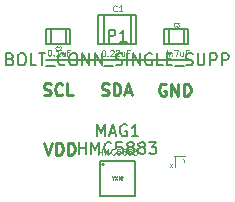
<source format=gto>
G04 (created by PCBNEW (2013-07-07 BZR 4022)-stable) date 7/15/2015 5:50:03 PM*
%MOIN*%
G04 Gerber Fmt 3.4, Leading zero omitted, Abs format*
%FSLAX34Y34*%
G01*
G70*
G90*
G04 APERTURE LIST*
%ADD10C,0.00590551*%
%ADD11C,0.00295276*%
%ADD12C,0.00393701*%
%ADD13C,0.00492126*%
%ADD14C,0.00984252*%
%ADD15C,0.005*%
%ADD16C,0.0024*%
%ADD17C,0.0047*%
G04 APERTURE END LIST*
G54D10*
G54D11*
X80972Y-58450D02*
X80972Y-58506D01*
X80933Y-58388D02*
X80972Y-58450D01*
X81011Y-58388D01*
X80488Y-58555D02*
X80566Y-58673D01*
X80566Y-58555D02*
X80488Y-58673D01*
G54D12*
X80643Y-58303D02*
X80992Y-58303D01*
X80653Y-58683D02*
X80653Y-58303D01*
G54D11*
X78593Y-59046D02*
X78593Y-59102D01*
X78554Y-58984D02*
X78593Y-59046D01*
X78633Y-58984D01*
X78661Y-58984D02*
X78740Y-59102D01*
X78740Y-58984D02*
X78661Y-59102D01*
X78785Y-59102D02*
X78785Y-58984D01*
X78852Y-59102D01*
X78852Y-58984D01*
X78908Y-59102D02*
X78908Y-59024D01*
X78908Y-58984D02*
X78903Y-58990D01*
X78908Y-58996D01*
X78914Y-58990D01*
X78908Y-58984D01*
X78908Y-58996D01*
G54D13*
X78107Y-58258D02*
X78107Y-58061D01*
X78107Y-58155D02*
X78220Y-58155D01*
X78220Y-58258D02*
X78220Y-58061D01*
X78314Y-58258D02*
X78314Y-58061D01*
X78379Y-58202D01*
X78445Y-58061D01*
X78445Y-58258D01*
X78651Y-58240D02*
X78642Y-58249D01*
X78614Y-58258D01*
X78595Y-58258D01*
X78567Y-58249D01*
X78548Y-58230D01*
X78539Y-58211D01*
X78529Y-58174D01*
X78529Y-58146D01*
X78539Y-58108D01*
X78548Y-58090D01*
X78567Y-58071D01*
X78595Y-58061D01*
X78614Y-58061D01*
X78642Y-58071D01*
X78651Y-58080D01*
X78829Y-58061D02*
X78735Y-58061D01*
X78726Y-58155D01*
X78735Y-58146D01*
X78754Y-58136D01*
X78801Y-58136D01*
X78820Y-58146D01*
X78829Y-58155D01*
X78839Y-58174D01*
X78839Y-58221D01*
X78829Y-58240D01*
X78820Y-58249D01*
X78801Y-58258D01*
X78754Y-58258D01*
X78735Y-58249D01*
X78726Y-58240D01*
X78951Y-58146D02*
X78932Y-58136D01*
X78923Y-58127D01*
X78914Y-58108D01*
X78914Y-58099D01*
X78923Y-58080D01*
X78932Y-58071D01*
X78951Y-58061D01*
X78989Y-58061D01*
X79007Y-58071D01*
X79017Y-58080D01*
X79026Y-58099D01*
X79026Y-58108D01*
X79017Y-58127D01*
X79007Y-58136D01*
X78989Y-58146D01*
X78951Y-58146D01*
X78932Y-58155D01*
X78923Y-58165D01*
X78914Y-58183D01*
X78914Y-58221D01*
X78923Y-58240D01*
X78932Y-58249D01*
X78951Y-58258D01*
X78989Y-58258D01*
X79007Y-58249D01*
X79017Y-58240D01*
X79026Y-58221D01*
X79026Y-58183D01*
X79017Y-58165D01*
X79007Y-58155D01*
X78989Y-58146D01*
X79139Y-58146D02*
X79120Y-58136D01*
X79110Y-58127D01*
X79101Y-58108D01*
X79101Y-58099D01*
X79110Y-58080D01*
X79120Y-58071D01*
X79139Y-58061D01*
X79176Y-58061D01*
X79195Y-58071D01*
X79204Y-58080D01*
X79214Y-58099D01*
X79214Y-58108D01*
X79204Y-58127D01*
X79195Y-58136D01*
X79176Y-58146D01*
X79139Y-58146D01*
X79120Y-58155D01*
X79110Y-58165D01*
X79101Y-58183D01*
X79101Y-58221D01*
X79110Y-58240D01*
X79120Y-58249D01*
X79139Y-58258D01*
X79176Y-58258D01*
X79195Y-58249D01*
X79204Y-58240D01*
X79214Y-58221D01*
X79214Y-58183D01*
X79204Y-58165D01*
X79195Y-58155D01*
X79176Y-58146D01*
X79279Y-58061D02*
X79401Y-58061D01*
X79335Y-58136D01*
X79363Y-58136D01*
X79382Y-58146D01*
X79392Y-58155D01*
X79401Y-58174D01*
X79401Y-58221D01*
X79392Y-58240D01*
X79382Y-58249D01*
X79363Y-58258D01*
X79307Y-58258D01*
X79288Y-58249D01*
X79279Y-58240D01*
X80459Y-54830D02*
X80459Y-54961D01*
X80412Y-54755D02*
X80365Y-54895D01*
X80487Y-54895D01*
X80562Y-54942D02*
X80572Y-54952D01*
X80562Y-54961D01*
X80553Y-54952D01*
X80562Y-54942D01*
X80562Y-54961D01*
X80637Y-54764D02*
X80769Y-54764D01*
X80684Y-54961D01*
X80928Y-54830D02*
X80928Y-54961D01*
X80844Y-54830D02*
X80844Y-54933D01*
X80853Y-54952D01*
X80872Y-54961D01*
X80900Y-54961D01*
X80919Y-54952D01*
X80928Y-54942D01*
X81087Y-54858D02*
X81022Y-54858D01*
X81022Y-54961D02*
X81022Y-54764D01*
X81115Y-54764D01*
X78269Y-54774D02*
X78288Y-54774D01*
X78307Y-54783D01*
X78316Y-54793D01*
X78326Y-54812D01*
X78335Y-54849D01*
X78335Y-54896D01*
X78326Y-54933D01*
X78316Y-54952D01*
X78307Y-54962D01*
X78288Y-54971D01*
X78269Y-54971D01*
X78251Y-54962D01*
X78241Y-54952D01*
X78232Y-54933D01*
X78223Y-54896D01*
X78223Y-54849D01*
X78232Y-54812D01*
X78241Y-54793D01*
X78251Y-54783D01*
X78269Y-54774D01*
X78419Y-54952D02*
X78429Y-54962D01*
X78419Y-54971D01*
X78410Y-54962D01*
X78419Y-54952D01*
X78419Y-54971D01*
X78504Y-54793D02*
X78513Y-54783D01*
X78532Y-54774D01*
X78579Y-54774D01*
X78597Y-54783D01*
X78607Y-54793D01*
X78616Y-54812D01*
X78616Y-54830D01*
X78607Y-54858D01*
X78494Y-54971D01*
X78616Y-54971D01*
X78691Y-54793D02*
X78701Y-54783D01*
X78719Y-54774D01*
X78766Y-54774D01*
X78785Y-54783D01*
X78794Y-54793D01*
X78804Y-54812D01*
X78804Y-54830D01*
X78794Y-54858D01*
X78682Y-54971D01*
X78804Y-54971D01*
X78972Y-54840D02*
X78972Y-54971D01*
X78888Y-54840D02*
X78888Y-54943D01*
X78897Y-54962D01*
X78916Y-54971D01*
X78944Y-54971D01*
X78963Y-54962D01*
X78972Y-54952D01*
X79132Y-54868D02*
X79066Y-54868D01*
X79066Y-54971D02*
X79066Y-54774D01*
X79160Y-54774D01*
X76469Y-54756D02*
X76488Y-54756D01*
X76507Y-54766D01*
X76516Y-54775D01*
X76526Y-54794D01*
X76535Y-54831D01*
X76535Y-54878D01*
X76526Y-54916D01*
X76516Y-54934D01*
X76507Y-54944D01*
X76488Y-54953D01*
X76469Y-54953D01*
X76451Y-54944D01*
X76441Y-54934D01*
X76432Y-54916D01*
X76423Y-54878D01*
X76423Y-54831D01*
X76432Y-54794D01*
X76441Y-54775D01*
X76451Y-54766D01*
X76469Y-54756D01*
X76619Y-54934D02*
X76629Y-54944D01*
X76619Y-54953D01*
X76610Y-54944D01*
X76619Y-54934D01*
X76619Y-54953D01*
X76816Y-54953D02*
X76704Y-54953D01*
X76760Y-54953D02*
X76760Y-54756D01*
X76741Y-54784D01*
X76723Y-54803D01*
X76704Y-54813D01*
X76985Y-54822D02*
X76985Y-54953D01*
X76901Y-54822D02*
X76901Y-54925D01*
X76910Y-54944D01*
X76929Y-54953D01*
X76957Y-54953D01*
X76976Y-54944D01*
X76985Y-54934D01*
X77144Y-54850D02*
X77079Y-54850D01*
X77079Y-54953D02*
X77079Y-54756D01*
X77172Y-54756D01*
G54D14*
X76305Y-57866D02*
X76437Y-58259D01*
X76568Y-57866D01*
X76699Y-58259D02*
X76699Y-57866D01*
X76793Y-57866D01*
X76849Y-57884D01*
X76886Y-57922D01*
X76905Y-57959D01*
X76924Y-58034D01*
X76924Y-58091D01*
X76905Y-58166D01*
X76886Y-58203D01*
X76849Y-58241D01*
X76793Y-58259D01*
X76699Y-58259D01*
X77093Y-58259D02*
X77093Y-57866D01*
X77186Y-57866D01*
X77243Y-57884D01*
X77280Y-57922D01*
X77299Y-57959D01*
X77318Y-58034D01*
X77318Y-58091D01*
X77299Y-58166D01*
X77280Y-58203D01*
X77243Y-58241D01*
X77186Y-58259D01*
X77093Y-58259D01*
X80359Y-55914D02*
X80321Y-55895D01*
X80265Y-55895D01*
X80209Y-55914D01*
X80172Y-55951D01*
X80153Y-55989D01*
X80134Y-56064D01*
X80134Y-56120D01*
X80153Y-56195D01*
X80172Y-56233D01*
X80209Y-56270D01*
X80265Y-56289D01*
X80303Y-56289D01*
X80359Y-56270D01*
X80378Y-56251D01*
X80378Y-56120D01*
X80303Y-56120D01*
X80546Y-56289D02*
X80546Y-55895D01*
X80771Y-56289D01*
X80771Y-55895D01*
X80959Y-56289D02*
X80959Y-55895D01*
X81053Y-55895D01*
X81109Y-55914D01*
X81146Y-55951D01*
X81165Y-55989D01*
X81184Y-56064D01*
X81184Y-56120D01*
X81165Y-56195D01*
X81146Y-56233D01*
X81109Y-56270D01*
X81053Y-56289D01*
X80959Y-56289D01*
X78222Y-56260D02*
X78278Y-56279D01*
X78372Y-56279D01*
X78410Y-56260D01*
X78428Y-56241D01*
X78447Y-56204D01*
X78447Y-56166D01*
X78428Y-56129D01*
X78410Y-56110D01*
X78372Y-56091D01*
X78297Y-56073D01*
X78260Y-56054D01*
X78241Y-56035D01*
X78222Y-55998D01*
X78222Y-55960D01*
X78241Y-55923D01*
X78260Y-55904D01*
X78297Y-55885D01*
X78391Y-55885D01*
X78447Y-55904D01*
X78616Y-56279D02*
X78616Y-55885D01*
X78710Y-55885D01*
X78766Y-55904D01*
X78803Y-55941D01*
X78822Y-55979D01*
X78841Y-56054D01*
X78841Y-56110D01*
X78822Y-56185D01*
X78803Y-56223D01*
X78766Y-56260D01*
X78710Y-56279D01*
X78616Y-56279D01*
X78991Y-56166D02*
X79178Y-56166D01*
X78953Y-56279D02*
X79085Y-55885D01*
X79216Y-56279D01*
X76291Y-56260D02*
X76347Y-56279D01*
X76441Y-56279D01*
X76478Y-56260D01*
X76497Y-56241D01*
X76516Y-56204D01*
X76516Y-56166D01*
X76497Y-56129D01*
X76478Y-56110D01*
X76441Y-56091D01*
X76366Y-56073D01*
X76328Y-56054D01*
X76309Y-56035D01*
X76291Y-55998D01*
X76291Y-55960D01*
X76309Y-55923D01*
X76328Y-55904D01*
X76366Y-55885D01*
X76459Y-55885D01*
X76516Y-55904D01*
X76909Y-56241D02*
X76891Y-56260D01*
X76834Y-56279D01*
X76797Y-56279D01*
X76741Y-56260D01*
X76703Y-56223D01*
X76684Y-56185D01*
X76666Y-56110D01*
X76666Y-56054D01*
X76684Y-55979D01*
X76703Y-55941D01*
X76741Y-55904D01*
X76797Y-55885D01*
X76834Y-55885D01*
X76891Y-55904D01*
X76909Y-55923D01*
X77266Y-56279D02*
X77078Y-56279D01*
X77078Y-55885D01*
G54D10*
X76377Y-55118D02*
X81102Y-55118D01*
X78149Y-58464D02*
X79330Y-58464D01*
X79330Y-58464D02*
X79330Y-59645D01*
X79330Y-59645D02*
X78149Y-59645D01*
X78149Y-59645D02*
X78149Y-58464D01*
X78149Y-58464D02*
X78149Y-58661D01*
X78307Y-58582D02*
G75*
G03X78307Y-58582I-39J0D01*
G74*
G01*
X78149Y-59055D02*
X78149Y-58858D01*
X78149Y-59055D02*
X78149Y-58464D01*
X78149Y-58464D02*
X79330Y-58464D01*
X79330Y-58464D02*
X79330Y-59055D01*
X79330Y-59055D02*
X79330Y-59645D01*
X79330Y-59645D02*
X78149Y-59645D01*
X78149Y-59645D02*
X78149Y-59055D01*
G54D15*
X76521Y-54580D02*
X76521Y-54080D01*
X77021Y-54580D02*
X77021Y-54090D01*
X77171Y-54580D02*
X76371Y-54580D01*
X76371Y-54580D02*
X76371Y-54080D01*
X76371Y-54080D02*
X77171Y-54080D01*
X77171Y-54080D02*
X77171Y-54580D01*
X80958Y-54080D02*
X80958Y-54580D01*
X80458Y-54080D02*
X80458Y-54570D01*
X80308Y-54080D02*
X81108Y-54080D01*
X81108Y-54080D02*
X81108Y-54580D01*
X81108Y-54580D02*
X80308Y-54580D01*
X80308Y-54580D02*
X80308Y-54080D01*
X78110Y-53600D02*
X78110Y-54580D01*
X79370Y-54580D02*
X79370Y-53600D01*
X79190Y-53600D02*
X79190Y-54580D01*
X78290Y-54580D02*
X78290Y-53600D01*
X78110Y-54580D02*
X79370Y-54580D01*
X79370Y-53600D02*
X78110Y-53600D01*
G54D10*
X78449Y-54490D02*
X78449Y-54096D01*
X78599Y-54096D01*
X78637Y-54115D01*
X78655Y-54133D01*
X78674Y-54171D01*
X78674Y-54227D01*
X78655Y-54265D01*
X78637Y-54283D01*
X78599Y-54302D01*
X78449Y-54302D01*
X79049Y-54490D02*
X78824Y-54490D01*
X78937Y-54490D02*
X78937Y-54096D01*
X78899Y-54152D01*
X78862Y-54190D01*
X78824Y-54208D01*
X75178Y-55071D02*
X75234Y-55089D01*
X75253Y-55108D01*
X75271Y-55146D01*
X75271Y-55202D01*
X75253Y-55239D01*
X75234Y-55258D01*
X75196Y-55277D01*
X75046Y-55277D01*
X75046Y-54883D01*
X75178Y-54883D01*
X75215Y-54902D01*
X75234Y-54921D01*
X75253Y-54958D01*
X75253Y-54996D01*
X75234Y-55033D01*
X75215Y-55052D01*
X75178Y-55071D01*
X75046Y-55071D01*
X75515Y-54883D02*
X75590Y-54883D01*
X75628Y-54902D01*
X75665Y-54940D01*
X75684Y-55014D01*
X75684Y-55146D01*
X75665Y-55221D01*
X75628Y-55258D01*
X75590Y-55277D01*
X75515Y-55277D01*
X75478Y-55258D01*
X75440Y-55221D01*
X75421Y-55146D01*
X75421Y-55014D01*
X75440Y-54940D01*
X75478Y-54902D01*
X75515Y-54883D01*
X76040Y-55277D02*
X75853Y-55277D01*
X75853Y-54883D01*
X76115Y-54883D02*
X76340Y-54883D01*
X76227Y-55277D02*
X76227Y-54883D01*
X76377Y-55314D02*
X76677Y-55314D01*
X76996Y-55239D02*
X76977Y-55258D01*
X76921Y-55277D01*
X76884Y-55277D01*
X76827Y-55258D01*
X76790Y-55221D01*
X76771Y-55183D01*
X76752Y-55108D01*
X76752Y-55052D01*
X76771Y-54977D01*
X76790Y-54940D01*
X76827Y-54902D01*
X76884Y-54883D01*
X76921Y-54883D01*
X76977Y-54902D01*
X76996Y-54921D01*
X77240Y-54883D02*
X77315Y-54883D01*
X77352Y-54902D01*
X77390Y-54940D01*
X77409Y-55014D01*
X77409Y-55146D01*
X77390Y-55221D01*
X77352Y-55258D01*
X77315Y-55277D01*
X77240Y-55277D01*
X77202Y-55258D01*
X77165Y-55221D01*
X77146Y-55146D01*
X77146Y-55014D01*
X77165Y-54940D01*
X77202Y-54902D01*
X77240Y-54883D01*
X77577Y-55277D02*
X77577Y-54883D01*
X77802Y-55277D01*
X77802Y-54883D01*
X77990Y-55277D02*
X77990Y-54883D01*
X78215Y-55277D01*
X78215Y-54883D01*
X78308Y-55314D02*
X78608Y-55314D01*
X78683Y-55258D02*
X78740Y-55277D01*
X78833Y-55277D01*
X78871Y-55258D01*
X78890Y-55239D01*
X78908Y-55202D01*
X78908Y-55164D01*
X78890Y-55127D01*
X78871Y-55108D01*
X78833Y-55089D01*
X78758Y-55071D01*
X78721Y-55052D01*
X78702Y-55033D01*
X78683Y-54996D01*
X78683Y-54958D01*
X78702Y-54921D01*
X78721Y-54902D01*
X78758Y-54883D01*
X78852Y-54883D01*
X78908Y-54902D01*
X79077Y-55277D02*
X79077Y-54883D01*
X79265Y-55277D02*
X79265Y-54883D01*
X79490Y-55277D01*
X79490Y-54883D01*
X79883Y-54902D02*
X79846Y-54883D01*
X79790Y-54883D01*
X79733Y-54902D01*
X79696Y-54940D01*
X79677Y-54977D01*
X79658Y-55052D01*
X79658Y-55108D01*
X79677Y-55183D01*
X79696Y-55221D01*
X79733Y-55258D01*
X79790Y-55277D01*
X79827Y-55277D01*
X79883Y-55258D01*
X79902Y-55239D01*
X79902Y-55108D01*
X79827Y-55108D01*
X80258Y-55277D02*
X80071Y-55277D01*
X80071Y-54883D01*
X80389Y-55071D02*
X80521Y-55071D01*
X80577Y-55277D02*
X80389Y-55277D01*
X80389Y-54883D01*
X80577Y-54883D01*
X80652Y-55314D02*
X80952Y-55314D01*
X81027Y-55258D02*
X81083Y-55277D01*
X81177Y-55277D01*
X81214Y-55258D01*
X81233Y-55239D01*
X81252Y-55202D01*
X81252Y-55164D01*
X81233Y-55127D01*
X81214Y-55108D01*
X81177Y-55089D01*
X81102Y-55071D01*
X81064Y-55052D01*
X81046Y-55033D01*
X81027Y-54996D01*
X81027Y-54958D01*
X81046Y-54921D01*
X81064Y-54902D01*
X81102Y-54883D01*
X81196Y-54883D01*
X81252Y-54902D01*
X81421Y-54883D02*
X81421Y-55202D01*
X81439Y-55239D01*
X81458Y-55258D01*
X81496Y-55277D01*
X81571Y-55277D01*
X81608Y-55258D01*
X81627Y-55239D01*
X81646Y-55202D01*
X81646Y-54883D01*
X81833Y-55277D02*
X81833Y-54883D01*
X81983Y-54883D01*
X82020Y-54902D01*
X82039Y-54921D01*
X82058Y-54958D01*
X82058Y-55014D01*
X82039Y-55052D01*
X82020Y-55071D01*
X81983Y-55089D01*
X81833Y-55089D01*
X82227Y-55277D02*
X82227Y-54883D01*
X82377Y-54883D01*
X82414Y-54902D01*
X82433Y-54921D01*
X82452Y-54958D01*
X82452Y-55014D01*
X82433Y-55052D01*
X82414Y-55071D01*
X82377Y-55089D01*
X82227Y-55089D01*
X78055Y-57639D02*
X78055Y-57245D01*
X78187Y-57527D01*
X78318Y-57245D01*
X78318Y-57639D01*
X78487Y-57527D02*
X78674Y-57527D01*
X78449Y-57639D02*
X78580Y-57245D01*
X78712Y-57639D01*
X79049Y-57264D02*
X79011Y-57245D01*
X78955Y-57245D01*
X78899Y-57264D01*
X78862Y-57302D01*
X78843Y-57339D01*
X78824Y-57414D01*
X78824Y-57470D01*
X78843Y-57545D01*
X78862Y-57583D01*
X78899Y-57620D01*
X78955Y-57639D01*
X78993Y-57639D01*
X79049Y-57620D01*
X79068Y-57602D01*
X79068Y-57470D01*
X78993Y-57470D01*
X79443Y-57639D02*
X79218Y-57639D01*
X79330Y-57639D02*
X79330Y-57245D01*
X79293Y-57302D01*
X79255Y-57339D01*
X79218Y-57358D01*
X77455Y-58230D02*
X77455Y-57836D01*
X77455Y-58023D02*
X77680Y-58023D01*
X77680Y-58230D02*
X77680Y-57836D01*
X77868Y-58230D02*
X77868Y-57836D01*
X77999Y-58117D01*
X78130Y-57836D01*
X78130Y-58230D01*
X78543Y-58192D02*
X78524Y-58211D01*
X78468Y-58230D01*
X78430Y-58230D01*
X78374Y-58211D01*
X78337Y-58173D01*
X78318Y-58136D01*
X78299Y-58061D01*
X78299Y-58005D01*
X78318Y-57930D01*
X78337Y-57892D01*
X78374Y-57855D01*
X78430Y-57836D01*
X78468Y-57836D01*
X78524Y-57855D01*
X78543Y-57874D01*
X78899Y-57836D02*
X78712Y-57836D01*
X78693Y-58023D01*
X78712Y-58005D01*
X78749Y-57986D01*
X78843Y-57986D01*
X78880Y-58005D01*
X78899Y-58023D01*
X78918Y-58061D01*
X78918Y-58155D01*
X78899Y-58192D01*
X78880Y-58211D01*
X78843Y-58230D01*
X78749Y-58230D01*
X78712Y-58211D01*
X78693Y-58192D01*
X79143Y-58005D02*
X79105Y-57986D01*
X79086Y-57967D01*
X79068Y-57930D01*
X79068Y-57911D01*
X79086Y-57874D01*
X79105Y-57855D01*
X79143Y-57836D01*
X79218Y-57836D01*
X79255Y-57855D01*
X79274Y-57874D01*
X79293Y-57911D01*
X79293Y-57930D01*
X79274Y-57967D01*
X79255Y-57986D01*
X79218Y-58005D01*
X79143Y-58005D01*
X79105Y-58023D01*
X79086Y-58042D01*
X79068Y-58080D01*
X79068Y-58155D01*
X79086Y-58192D01*
X79105Y-58211D01*
X79143Y-58230D01*
X79218Y-58230D01*
X79255Y-58211D01*
X79274Y-58192D01*
X79293Y-58155D01*
X79293Y-58080D01*
X79274Y-58042D01*
X79255Y-58023D01*
X79218Y-58005D01*
X79518Y-58005D02*
X79480Y-57986D01*
X79461Y-57967D01*
X79443Y-57930D01*
X79443Y-57911D01*
X79461Y-57874D01*
X79480Y-57855D01*
X79518Y-57836D01*
X79593Y-57836D01*
X79630Y-57855D01*
X79649Y-57874D01*
X79668Y-57911D01*
X79668Y-57930D01*
X79649Y-57967D01*
X79630Y-57986D01*
X79593Y-58005D01*
X79518Y-58005D01*
X79480Y-58023D01*
X79461Y-58042D01*
X79443Y-58080D01*
X79443Y-58155D01*
X79461Y-58192D01*
X79480Y-58211D01*
X79518Y-58230D01*
X79593Y-58230D01*
X79630Y-58211D01*
X79649Y-58192D01*
X79668Y-58155D01*
X79668Y-58080D01*
X79649Y-58042D01*
X79630Y-58023D01*
X79593Y-58005D01*
X79799Y-57836D02*
X80043Y-57836D01*
X79911Y-57986D01*
X79968Y-57986D01*
X80005Y-58005D01*
X80024Y-58023D01*
X80043Y-58061D01*
X80043Y-58155D01*
X80024Y-58192D01*
X80005Y-58211D01*
X79968Y-58230D01*
X79855Y-58230D01*
X79818Y-58211D01*
X79799Y-58192D01*
G54D16*
X76751Y-54757D02*
X76746Y-54762D01*
X76729Y-54768D01*
X76718Y-54768D01*
X76701Y-54762D01*
X76690Y-54751D01*
X76684Y-54740D01*
X76678Y-54717D01*
X76678Y-54701D01*
X76684Y-54678D01*
X76690Y-54667D01*
X76701Y-54656D01*
X76718Y-54650D01*
X76729Y-54650D01*
X76746Y-54656D01*
X76751Y-54661D01*
X76796Y-54661D02*
X76802Y-54656D01*
X76813Y-54650D01*
X76841Y-54650D01*
X76853Y-54656D01*
X76858Y-54661D01*
X76864Y-54672D01*
X76864Y-54684D01*
X76858Y-54701D01*
X76791Y-54768D01*
X76864Y-54768D01*
X80688Y-53977D02*
X80683Y-53982D01*
X80666Y-53988D01*
X80655Y-53988D01*
X80638Y-53982D01*
X80627Y-53971D01*
X80621Y-53960D01*
X80615Y-53937D01*
X80615Y-53921D01*
X80621Y-53898D01*
X80627Y-53887D01*
X80638Y-53876D01*
X80655Y-53870D01*
X80666Y-53870D01*
X80683Y-53876D01*
X80688Y-53881D01*
X80728Y-53870D02*
X80801Y-53870D01*
X80762Y-53915D01*
X80778Y-53915D01*
X80790Y-53921D01*
X80795Y-53926D01*
X80801Y-53937D01*
X80801Y-53965D01*
X80795Y-53977D01*
X80790Y-53982D01*
X80778Y-53988D01*
X80745Y-53988D01*
X80733Y-53982D01*
X80728Y-53977D01*
G54D17*
X78717Y-53461D02*
X78707Y-53470D01*
X78679Y-53480D01*
X78661Y-53480D01*
X78632Y-53470D01*
X78614Y-53452D01*
X78604Y-53433D01*
X78595Y-53395D01*
X78595Y-53367D01*
X78604Y-53330D01*
X78614Y-53311D01*
X78632Y-53292D01*
X78661Y-53283D01*
X78679Y-53283D01*
X78707Y-53292D01*
X78717Y-53302D01*
X78904Y-53480D02*
X78792Y-53480D01*
X78848Y-53480D02*
X78848Y-53283D01*
X78829Y-53311D01*
X78811Y-53330D01*
X78792Y-53339D01*
M02*

</source>
